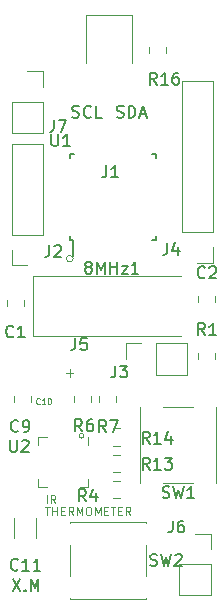
<source format=gbr>
%TF.GenerationSoftware,KiCad,Pcbnew,(5.1.10)-1*%
%TF.CreationDate,2021-06-07T16:12:12-04:00*%
%TF.ProjectId,Thermometre_IR,54686572-6d6f-46d6-9574-72655f49522e,rev?*%
%TF.SameCoordinates,Original*%
%TF.FileFunction,Legend,Top*%
%TF.FilePolarity,Positive*%
%FSLAX46Y46*%
G04 Gerber Fmt 4.6, Leading zero omitted, Abs format (unit mm)*
G04 Created by KiCad (PCBNEW (5.1.10)-1) date 2021-06-07 16:12:12*
%MOMM*%
%LPD*%
G01*
G04 APERTURE LIST*
%ADD10C,0.100000*%
%ADD11C,0.120000*%
%ADD12C,0.150000*%
%ADD13C,0.125000*%
G04 APERTURE END LIST*
D10*
X168100000Y-104016666D02*
X168500000Y-104016666D01*
X168300000Y-104716666D02*
X168300000Y-104016666D01*
X168733333Y-104716666D02*
X168733333Y-104016666D01*
X168733333Y-104350000D02*
X169133333Y-104350000D01*
X169133333Y-104716666D02*
X169133333Y-104016666D01*
X169466666Y-104350000D02*
X169700000Y-104350000D01*
X169800000Y-104716666D02*
X169466666Y-104716666D01*
X169466666Y-104016666D01*
X169800000Y-104016666D01*
X170500000Y-104716666D02*
X170266666Y-104383333D01*
X170100000Y-104716666D02*
X170100000Y-104016666D01*
X170366666Y-104016666D01*
X170433333Y-104050000D01*
X170466666Y-104083333D01*
X170500000Y-104150000D01*
X170500000Y-104250000D01*
X170466666Y-104316666D01*
X170433333Y-104350000D01*
X170366666Y-104383333D01*
X170100000Y-104383333D01*
X170800000Y-104716666D02*
X170800000Y-104016666D01*
X171033333Y-104516666D01*
X171266666Y-104016666D01*
X171266666Y-104716666D01*
X171733333Y-104016666D02*
X171866666Y-104016666D01*
X171933333Y-104050000D01*
X172000000Y-104116666D01*
X172033333Y-104250000D01*
X172033333Y-104483333D01*
X172000000Y-104616666D01*
X171933333Y-104683333D01*
X171866666Y-104716666D01*
X171733333Y-104716666D01*
X171666666Y-104683333D01*
X171600000Y-104616666D01*
X171566666Y-104483333D01*
X171566666Y-104250000D01*
X171600000Y-104116666D01*
X171666666Y-104050000D01*
X171733333Y-104016666D01*
X172333333Y-104716666D02*
X172333333Y-104016666D01*
X172566666Y-104516666D01*
X172800000Y-104016666D01*
X172800000Y-104716666D01*
X173133333Y-104350000D02*
X173366666Y-104350000D01*
X173466666Y-104716666D02*
X173133333Y-104716666D01*
X173133333Y-104016666D01*
X173466666Y-104016666D01*
X173666666Y-104016666D02*
X174066666Y-104016666D01*
X173866666Y-104716666D02*
X173866666Y-104016666D01*
X174300000Y-104350000D02*
X174533333Y-104350000D01*
X174633333Y-104716666D02*
X174300000Y-104716666D01*
X174300000Y-104016666D01*
X174633333Y-104016666D01*
X175333333Y-104716666D02*
X175100000Y-104383333D01*
X174933333Y-104716666D02*
X174933333Y-104016666D01*
X175200000Y-104016666D01*
X175266666Y-104050000D01*
X175300000Y-104083333D01*
X175333333Y-104150000D01*
X175333333Y-104250000D01*
X175300000Y-104316666D01*
X175266666Y-104350000D01*
X175200000Y-104383333D01*
X174933333Y-104383333D01*
X168250000Y-103716666D02*
X168250000Y-103016666D01*
X168983333Y-103716666D02*
X168750000Y-103383333D01*
X168583333Y-103716666D02*
X168583333Y-103016666D01*
X168850000Y-103016666D01*
X168916666Y-103050000D01*
X168950000Y-103083333D01*
X168983333Y-103150000D01*
X168983333Y-103250000D01*
X168950000Y-103316666D01*
X168916666Y-103350000D01*
X168850000Y-103383333D01*
X168583333Y-103383333D01*
D11*
X170482843Y-83000000D02*
G75*
G03*
X170482843Y-83000000I-282843J0D01*
G01*
D12*
X165357142Y-110152380D02*
X166023809Y-111152380D01*
X166023809Y-110152380D02*
X165357142Y-111152380D01*
X166404761Y-111057142D02*
X166452380Y-111104761D01*
X166404761Y-111152380D01*
X166357142Y-111104761D01*
X166404761Y-111057142D01*
X166404761Y-111152380D01*
X166880952Y-111152380D02*
X166880952Y-110152380D01*
X167214285Y-110866666D01*
X167547619Y-110152380D01*
X167547619Y-111152380D01*
D11*
X171400000Y-98000000D02*
G75*
G03*
X171400000Y-98000000I-200000J0D01*
G01*
%TO.C,C10*%
X170504000Y-92664759D02*
X169874000Y-92664759D01*
X170189000Y-92349759D02*
X170189000Y-92979759D01*
%TO.C,C11*%
X165490000Y-104939758D02*
X165490000Y-106610242D01*
X167310000Y-104939758D02*
X167310000Y-106610242D01*
%TO.C,J1*%
X175460800Y-62397840D02*
X171600000Y-62400000D01*
X171600000Y-66408000D02*
X171600000Y-62408000D01*
X175460800Y-66397840D02*
X175460800Y-62397840D01*
%TO.C,R16*%
X178335000Y-65088748D02*
X178335000Y-65611252D01*
X176865000Y-65088748D02*
X176865000Y-65611252D01*
%TO.C,J4*%
X182330000Y-67970000D02*
X179670000Y-67970000D01*
X182330000Y-80730000D02*
X182330000Y-67970000D01*
X179670000Y-80730000D02*
X179670000Y-67970000D01*
X182330000Y-80730000D02*
X179670000Y-80730000D01*
X182330000Y-82000000D02*
X182330000Y-83330000D01*
X182330000Y-83330000D02*
X181000000Y-83330000D01*
%TO.C,SW1*%
X182580000Y-102010000D02*
X182550000Y-102010000D01*
X176120000Y-102010000D02*
X176150000Y-102010000D01*
X176120000Y-95550000D02*
X176150000Y-95550000D01*
X182550000Y-95550000D02*
X182580000Y-95550000D01*
X180650000Y-102010000D02*
X178050000Y-102010000D01*
X182580000Y-95550000D02*
X182580000Y-102010000D01*
X180650000Y-95550000D02*
X178050000Y-95550000D01*
X176120000Y-95550000D02*
X176120000Y-102010000D01*
%TO.C,J7*%
X166600000Y-67130000D02*
X167930000Y-67130000D01*
X167930000Y-67130000D02*
X167930000Y-68460000D01*
X167930000Y-69730000D02*
X167930000Y-72330000D01*
X165270000Y-72330000D02*
X167930000Y-72330000D01*
X165270000Y-69730000D02*
X165270000Y-72330000D01*
X165270000Y-69730000D02*
X167930000Y-69730000D01*
%TO.C,U2*%
X171760000Y-98790000D02*
X171760000Y-98090000D01*
X167540000Y-102310000D02*
X168240000Y-102310000D01*
X167540000Y-101610000D02*
X167540000Y-102310000D01*
X167540000Y-98090000D02*
X168240000Y-98090000D01*
X167540000Y-98790000D02*
X167540000Y-98090000D01*
X171760000Y-102310000D02*
X171060000Y-102310000D01*
X171760000Y-101610000D02*
X171760000Y-102310000D01*
D12*
%TO.C,U1*%
X170450000Y-81375000D02*
X170450000Y-82800000D01*
X170225000Y-74125000D02*
X170225000Y-74450000D01*
X177475000Y-74125000D02*
X177475000Y-74450000D01*
X177475000Y-81375000D02*
X177475000Y-81050000D01*
X170225000Y-81375000D02*
X170225000Y-81050000D01*
X177475000Y-81375000D02*
X177150000Y-81375000D01*
X177475000Y-74125000D02*
X177150000Y-74125000D01*
X170225000Y-74125000D02*
X170550000Y-74125000D01*
X170225000Y-81375000D02*
X170450000Y-81375000D01*
D11*
%TO.C,SW2*%
X176650000Y-105320000D02*
X176650000Y-105350000D01*
X176650000Y-111780000D02*
X176650000Y-111750000D01*
X170190000Y-111780000D02*
X170190000Y-111750000D01*
X170190000Y-105350000D02*
X170190000Y-105320000D01*
X176650000Y-107250000D02*
X176650000Y-109850000D01*
X170190000Y-105320000D02*
X176650000Y-105320000D01*
X170190000Y-107250000D02*
X170190000Y-109850000D01*
X170190000Y-111780000D02*
X176650000Y-111780000D01*
%TO.C,R14*%
X174417252Y-97372500D02*
X173894748Y-97372500D01*
X174417252Y-98842500D02*
X173894748Y-98842500D01*
%TO.C,R13*%
X173894748Y-101065000D02*
X174417252Y-101065000D01*
X173894748Y-99595000D02*
X174417252Y-99595000D01*
%TO.C,R7*%
X174135000Y-95111252D02*
X174135000Y-94588748D01*
X172665000Y-95111252D02*
X172665000Y-94588748D01*
%TO.C,R6*%
X172035000Y-95111252D02*
X172035000Y-94588748D01*
X170565000Y-95111252D02*
X170565000Y-94588748D01*
%TO.C,R4*%
X174411252Y-101815000D02*
X173888748Y-101815000D01*
X174411252Y-103285000D02*
X173888748Y-103285000D01*
%TO.C,R1*%
X181015000Y-90938748D02*
X181015000Y-91461252D01*
X182485000Y-90938748D02*
X182485000Y-91461252D01*
%TO.C,J6*%
X180800000Y-106270000D02*
X182130000Y-106270000D01*
X182130000Y-106270000D02*
X182130000Y-107600000D01*
X182130000Y-108870000D02*
X182130000Y-111470000D01*
X179470000Y-111470000D02*
X182130000Y-111470000D01*
X179470000Y-108870000D02*
X179470000Y-111470000D01*
X179470000Y-108870000D02*
X182130000Y-108870000D01*
%TO.C,J3*%
X174920000Y-91500000D02*
X174920000Y-90170000D01*
X174920000Y-90170000D02*
X176250000Y-90170000D01*
X177520000Y-90170000D02*
X180120000Y-90170000D01*
X180120000Y-92830000D02*
X180120000Y-90170000D01*
X177520000Y-92830000D02*
X180120000Y-92830000D01*
X177520000Y-92830000D02*
X177520000Y-90170000D01*
%TO.C,J2*%
X166600000Y-83550000D02*
X165270000Y-83550000D01*
X165270000Y-83550000D02*
X165270000Y-82220000D01*
X165270000Y-80950000D02*
X165270000Y-73270000D01*
X167930000Y-73270000D02*
X165270000Y-73270000D01*
X167930000Y-80950000D02*
X167930000Y-73270000D01*
X167930000Y-80950000D02*
X165270000Y-80950000D01*
%TO.C,C9*%
X166935000Y-95161252D02*
X166935000Y-94638748D01*
X165465000Y-95161252D02*
X165465000Y-94638748D01*
%TO.C,C2*%
X181065000Y-86138748D02*
X181065000Y-86661252D01*
X182535000Y-86138748D02*
X182535000Y-86661252D01*
%TO.C,C1*%
X164865000Y-86488748D02*
X164865000Y-87011252D01*
X166335000Y-86488748D02*
X166335000Y-87011252D01*
%TO.C,8MHz1*%
X179650000Y-84450000D02*
X167050000Y-84450000D01*
X167050000Y-84450000D02*
X167050000Y-89550000D01*
X167050000Y-89550000D02*
X179650000Y-89550000D01*
%TO.C,J5*%
D12*
X170674706Y-89729060D02*
X170674706Y-90443346D01*
X170627087Y-90586203D01*
X170531849Y-90681441D01*
X170388992Y-90729060D01*
X170293754Y-90729060D01*
X171627087Y-89729060D02*
X171150897Y-89729060D01*
X171103278Y-90205251D01*
X171150897Y-90157632D01*
X171246135Y-90110013D01*
X171484230Y-90110013D01*
X171579468Y-90157632D01*
X171627087Y-90205251D01*
X171674706Y-90300489D01*
X171674706Y-90538584D01*
X171627087Y-90633822D01*
X171579468Y-90681441D01*
X171484230Y-90729060D01*
X171246135Y-90729060D01*
X171150897Y-90681441D01*
X171103278Y-90633822D01*
%TO.C,C10*%
D13*
X167658571Y-95258571D02*
X167634761Y-95282380D01*
X167563333Y-95306190D01*
X167515714Y-95306190D01*
X167444285Y-95282380D01*
X167396666Y-95234761D01*
X167372857Y-95187142D01*
X167349047Y-95091904D01*
X167349047Y-95020476D01*
X167372857Y-94925238D01*
X167396666Y-94877619D01*
X167444285Y-94830000D01*
X167515714Y-94806190D01*
X167563333Y-94806190D01*
X167634761Y-94830000D01*
X167658571Y-94853809D01*
X168134761Y-95306190D02*
X167849047Y-95306190D01*
X167991904Y-95306190D02*
X167991904Y-94806190D01*
X167944285Y-94877619D01*
X167896666Y-94925238D01*
X167849047Y-94949047D01*
X168444285Y-94806190D02*
X168491904Y-94806190D01*
X168539523Y-94830000D01*
X168563333Y-94853809D01*
X168587142Y-94901428D01*
X168610952Y-94996666D01*
X168610952Y-95115714D01*
X168587142Y-95210952D01*
X168563333Y-95258571D01*
X168539523Y-95282380D01*
X168491904Y-95306190D01*
X168444285Y-95306190D01*
X168396666Y-95282380D01*
X168372857Y-95258571D01*
X168349047Y-95210952D01*
X168325238Y-95115714D01*
X168325238Y-94996666D01*
X168349047Y-94901428D01*
X168372857Y-94853809D01*
X168396666Y-94830000D01*
X168444285Y-94806190D01*
%TO.C,C11*%
D12*
X165807142Y-109307142D02*
X165759523Y-109354761D01*
X165616666Y-109402380D01*
X165521428Y-109402380D01*
X165378571Y-109354761D01*
X165283333Y-109259523D01*
X165235714Y-109164285D01*
X165188095Y-108973809D01*
X165188095Y-108830952D01*
X165235714Y-108640476D01*
X165283333Y-108545238D01*
X165378571Y-108450000D01*
X165521428Y-108402380D01*
X165616666Y-108402380D01*
X165759523Y-108450000D01*
X165807142Y-108497619D01*
X166759523Y-109402380D02*
X166188095Y-109402380D01*
X166473809Y-109402380D02*
X166473809Y-108402380D01*
X166378571Y-108545238D01*
X166283333Y-108640476D01*
X166188095Y-108688095D01*
X167711904Y-109402380D02*
X167140476Y-109402380D01*
X167426190Y-109402380D02*
X167426190Y-108402380D01*
X167330952Y-108545238D01*
X167235714Y-108640476D01*
X167140476Y-108688095D01*
%TO.C,J1*%
X173298666Y-75100380D02*
X173298666Y-75814666D01*
X173251047Y-75957523D01*
X173155809Y-76052761D01*
X173012952Y-76100380D01*
X172917714Y-76100380D01*
X174298666Y-76100380D02*
X173727238Y-76100380D01*
X174012952Y-76100380D02*
X174012952Y-75100380D01*
X173917714Y-75243238D01*
X173822476Y-75338476D01*
X173727238Y-75386095D01*
X174185714Y-71004761D02*
X174328571Y-71052380D01*
X174566666Y-71052380D01*
X174661904Y-71004761D01*
X174709523Y-70957142D01*
X174757142Y-70861904D01*
X174757142Y-70766666D01*
X174709523Y-70671428D01*
X174661904Y-70623809D01*
X174566666Y-70576190D01*
X174376190Y-70528571D01*
X174280952Y-70480952D01*
X174233333Y-70433333D01*
X174185714Y-70338095D01*
X174185714Y-70242857D01*
X174233333Y-70147619D01*
X174280952Y-70100000D01*
X174376190Y-70052380D01*
X174614285Y-70052380D01*
X174757142Y-70100000D01*
X175185714Y-71052380D02*
X175185714Y-70052380D01*
X175423809Y-70052380D01*
X175566666Y-70100000D01*
X175661904Y-70195238D01*
X175709523Y-70290476D01*
X175757142Y-70480952D01*
X175757142Y-70623809D01*
X175709523Y-70814285D01*
X175661904Y-70909523D01*
X175566666Y-71004761D01*
X175423809Y-71052380D01*
X175185714Y-71052380D01*
X176138095Y-70766666D02*
X176614285Y-70766666D01*
X176042857Y-71052380D02*
X176376190Y-70052380D01*
X176709523Y-71052380D01*
X170409523Y-71004761D02*
X170552380Y-71052380D01*
X170790476Y-71052380D01*
X170885714Y-71004761D01*
X170933333Y-70957142D01*
X170980952Y-70861904D01*
X170980952Y-70766666D01*
X170933333Y-70671428D01*
X170885714Y-70623809D01*
X170790476Y-70576190D01*
X170600000Y-70528571D01*
X170504761Y-70480952D01*
X170457142Y-70433333D01*
X170409523Y-70338095D01*
X170409523Y-70242857D01*
X170457142Y-70147619D01*
X170504761Y-70100000D01*
X170600000Y-70052380D01*
X170838095Y-70052380D01*
X170980952Y-70100000D01*
X171980952Y-70957142D02*
X171933333Y-71004761D01*
X171790476Y-71052380D01*
X171695238Y-71052380D01*
X171552380Y-71004761D01*
X171457142Y-70909523D01*
X171409523Y-70814285D01*
X171361904Y-70623809D01*
X171361904Y-70480952D01*
X171409523Y-70290476D01*
X171457142Y-70195238D01*
X171552380Y-70100000D01*
X171695238Y-70052380D01*
X171790476Y-70052380D01*
X171933333Y-70100000D01*
X171980952Y-70147619D01*
X172885714Y-71052380D02*
X172409523Y-71052380D01*
X172409523Y-70052380D01*
%TO.C,R16*%
X177557142Y-68252380D02*
X177223809Y-67776190D01*
X176985714Y-68252380D02*
X176985714Y-67252380D01*
X177366666Y-67252380D01*
X177461904Y-67300000D01*
X177509523Y-67347619D01*
X177557142Y-67442857D01*
X177557142Y-67585714D01*
X177509523Y-67680952D01*
X177461904Y-67728571D01*
X177366666Y-67776190D01*
X176985714Y-67776190D01*
X178509523Y-68252380D02*
X177938095Y-68252380D01*
X178223809Y-68252380D02*
X178223809Y-67252380D01*
X178128571Y-67395238D01*
X178033333Y-67490476D01*
X177938095Y-67538095D01*
X179366666Y-67252380D02*
X179176190Y-67252380D01*
X179080952Y-67300000D01*
X179033333Y-67347619D01*
X178938095Y-67490476D01*
X178890476Y-67680952D01*
X178890476Y-68061904D01*
X178938095Y-68157142D01*
X178985714Y-68204761D01*
X179080952Y-68252380D01*
X179271428Y-68252380D01*
X179366666Y-68204761D01*
X179414285Y-68157142D01*
X179461904Y-68061904D01*
X179461904Y-67823809D01*
X179414285Y-67728571D01*
X179366666Y-67680952D01*
X179271428Y-67633333D01*
X179080952Y-67633333D01*
X178985714Y-67680952D01*
X178938095Y-67728571D01*
X178890476Y-67823809D01*
%TO.C,J4*%
X178466666Y-81652380D02*
X178466666Y-82366666D01*
X178419047Y-82509523D01*
X178323809Y-82604761D01*
X178180952Y-82652380D01*
X178085714Y-82652380D01*
X179371428Y-81985714D02*
X179371428Y-82652380D01*
X179133333Y-81604761D02*
X178895238Y-82319047D01*
X179514285Y-82319047D01*
%TO.C,SW1*%
X178066666Y-103204761D02*
X178209523Y-103252380D01*
X178447619Y-103252380D01*
X178542857Y-103204761D01*
X178590476Y-103157142D01*
X178638095Y-103061904D01*
X178638095Y-102966666D01*
X178590476Y-102871428D01*
X178542857Y-102823809D01*
X178447619Y-102776190D01*
X178257142Y-102728571D01*
X178161904Y-102680952D01*
X178114285Y-102633333D01*
X178066666Y-102538095D01*
X178066666Y-102442857D01*
X178114285Y-102347619D01*
X178161904Y-102300000D01*
X178257142Y-102252380D01*
X178495238Y-102252380D01*
X178638095Y-102300000D01*
X178971428Y-102252380D02*
X179209523Y-103252380D01*
X179400000Y-102538095D01*
X179590476Y-103252380D01*
X179828571Y-102252380D01*
X180733333Y-103252380D02*
X180161904Y-103252380D01*
X180447619Y-103252380D02*
X180447619Y-102252380D01*
X180352380Y-102395238D01*
X180257142Y-102490476D01*
X180161904Y-102538095D01*
%TO.C,J7*%
X168866666Y-71252380D02*
X168866666Y-71966666D01*
X168819047Y-72109523D01*
X168723809Y-72204761D01*
X168580952Y-72252380D01*
X168485714Y-72252380D01*
X169247619Y-71252380D02*
X169914285Y-71252380D01*
X169485714Y-72252380D01*
%TO.C,U2*%
X165138095Y-98352380D02*
X165138095Y-99161904D01*
X165185714Y-99257142D01*
X165233333Y-99304761D01*
X165328571Y-99352380D01*
X165519047Y-99352380D01*
X165614285Y-99304761D01*
X165661904Y-99257142D01*
X165709523Y-99161904D01*
X165709523Y-98352380D01*
X166138095Y-98447619D02*
X166185714Y-98400000D01*
X166280952Y-98352380D01*
X166519047Y-98352380D01*
X166614285Y-98400000D01*
X166661904Y-98447619D01*
X166709523Y-98542857D01*
X166709523Y-98638095D01*
X166661904Y-98780952D01*
X166090476Y-99352380D01*
X166709523Y-99352380D01*
%TO.C,U1*%
X168638095Y-72452380D02*
X168638095Y-73261904D01*
X168685714Y-73357142D01*
X168733333Y-73404761D01*
X168828571Y-73452380D01*
X169019047Y-73452380D01*
X169114285Y-73404761D01*
X169161904Y-73357142D01*
X169209523Y-73261904D01*
X169209523Y-72452380D01*
X170209523Y-73452380D02*
X169638095Y-73452380D01*
X169923809Y-73452380D02*
X169923809Y-72452380D01*
X169828571Y-72595238D01*
X169733333Y-72690476D01*
X169638095Y-72738095D01*
%TO.C,SW2*%
X177016666Y-108954761D02*
X177159523Y-109002380D01*
X177397619Y-109002380D01*
X177492857Y-108954761D01*
X177540476Y-108907142D01*
X177588095Y-108811904D01*
X177588095Y-108716666D01*
X177540476Y-108621428D01*
X177492857Y-108573809D01*
X177397619Y-108526190D01*
X177207142Y-108478571D01*
X177111904Y-108430952D01*
X177064285Y-108383333D01*
X177016666Y-108288095D01*
X177016666Y-108192857D01*
X177064285Y-108097619D01*
X177111904Y-108050000D01*
X177207142Y-108002380D01*
X177445238Y-108002380D01*
X177588095Y-108050000D01*
X177921428Y-108002380D02*
X178159523Y-109002380D01*
X178350000Y-108288095D01*
X178540476Y-109002380D01*
X178778571Y-108002380D01*
X179111904Y-108097619D02*
X179159523Y-108050000D01*
X179254761Y-108002380D01*
X179492857Y-108002380D01*
X179588095Y-108050000D01*
X179635714Y-108097619D01*
X179683333Y-108192857D01*
X179683333Y-108288095D01*
X179635714Y-108430952D01*
X179064285Y-109002380D01*
X179683333Y-109002380D01*
%TO.C,R14*%
X176957142Y-98652380D02*
X176623809Y-98176190D01*
X176385714Y-98652380D02*
X176385714Y-97652380D01*
X176766666Y-97652380D01*
X176861904Y-97700000D01*
X176909523Y-97747619D01*
X176957142Y-97842857D01*
X176957142Y-97985714D01*
X176909523Y-98080952D01*
X176861904Y-98128571D01*
X176766666Y-98176190D01*
X176385714Y-98176190D01*
X177909523Y-98652380D02*
X177338095Y-98652380D01*
X177623809Y-98652380D02*
X177623809Y-97652380D01*
X177528571Y-97795238D01*
X177433333Y-97890476D01*
X177338095Y-97938095D01*
X178766666Y-97985714D02*
X178766666Y-98652380D01*
X178528571Y-97604761D02*
X178290476Y-98319047D01*
X178909523Y-98319047D01*
%TO.C,R13*%
X176957142Y-100852380D02*
X176623809Y-100376190D01*
X176385714Y-100852380D02*
X176385714Y-99852380D01*
X176766666Y-99852380D01*
X176861904Y-99900000D01*
X176909523Y-99947619D01*
X176957142Y-100042857D01*
X176957142Y-100185714D01*
X176909523Y-100280952D01*
X176861904Y-100328571D01*
X176766666Y-100376190D01*
X176385714Y-100376190D01*
X177909523Y-100852380D02*
X177338095Y-100852380D01*
X177623809Y-100852380D02*
X177623809Y-99852380D01*
X177528571Y-99995238D01*
X177433333Y-100090476D01*
X177338095Y-100138095D01*
X178242857Y-99852380D02*
X178861904Y-99852380D01*
X178528571Y-100233333D01*
X178671428Y-100233333D01*
X178766666Y-100280952D01*
X178814285Y-100328571D01*
X178861904Y-100423809D01*
X178861904Y-100661904D01*
X178814285Y-100757142D01*
X178766666Y-100804761D01*
X178671428Y-100852380D01*
X178385714Y-100852380D01*
X178290476Y-100804761D01*
X178242857Y-100757142D01*
%TO.C,R7*%
X173283333Y-97652380D02*
X172950000Y-97176190D01*
X172711904Y-97652380D02*
X172711904Y-96652380D01*
X173092857Y-96652380D01*
X173188095Y-96700000D01*
X173235714Y-96747619D01*
X173283333Y-96842857D01*
X173283333Y-96985714D01*
X173235714Y-97080952D01*
X173188095Y-97128571D01*
X173092857Y-97176190D01*
X172711904Y-97176190D01*
X173616666Y-96652380D02*
X174283333Y-96652380D01*
X173854761Y-97652380D01*
%TO.C,R6*%
X171233333Y-97602380D02*
X170900000Y-97126190D01*
X170661904Y-97602380D02*
X170661904Y-96602380D01*
X171042857Y-96602380D01*
X171138095Y-96650000D01*
X171185714Y-96697619D01*
X171233333Y-96792857D01*
X171233333Y-96935714D01*
X171185714Y-97030952D01*
X171138095Y-97078571D01*
X171042857Y-97126190D01*
X170661904Y-97126190D01*
X172090476Y-96602380D02*
X171900000Y-96602380D01*
X171804761Y-96650000D01*
X171757142Y-96697619D01*
X171661904Y-96840476D01*
X171614285Y-97030952D01*
X171614285Y-97411904D01*
X171661904Y-97507142D01*
X171709523Y-97554761D01*
X171804761Y-97602380D01*
X171995238Y-97602380D01*
X172090476Y-97554761D01*
X172138095Y-97507142D01*
X172185714Y-97411904D01*
X172185714Y-97173809D01*
X172138095Y-97078571D01*
X172090476Y-97030952D01*
X171995238Y-96983333D01*
X171804761Y-96983333D01*
X171709523Y-97030952D01*
X171661904Y-97078571D01*
X171614285Y-97173809D01*
%TO.C,R4*%
X171563333Y-103532380D02*
X171230000Y-103056190D01*
X170991904Y-103532380D02*
X170991904Y-102532380D01*
X171372857Y-102532380D01*
X171468095Y-102580000D01*
X171515714Y-102627619D01*
X171563333Y-102722857D01*
X171563333Y-102865714D01*
X171515714Y-102960952D01*
X171468095Y-103008571D01*
X171372857Y-103056190D01*
X170991904Y-103056190D01*
X172420476Y-102865714D02*
X172420476Y-103532380D01*
X172182380Y-102484761D02*
X171944285Y-103199047D01*
X172563333Y-103199047D01*
%TO.C,R1*%
X181633333Y-89452380D02*
X181300000Y-88976190D01*
X181061904Y-89452380D02*
X181061904Y-88452380D01*
X181442857Y-88452380D01*
X181538095Y-88500000D01*
X181585714Y-88547619D01*
X181633333Y-88642857D01*
X181633333Y-88785714D01*
X181585714Y-88880952D01*
X181538095Y-88928571D01*
X181442857Y-88976190D01*
X181061904Y-88976190D01*
X182585714Y-89452380D02*
X182014285Y-89452380D01*
X182300000Y-89452380D02*
X182300000Y-88452380D01*
X182204761Y-88595238D01*
X182109523Y-88690476D01*
X182014285Y-88738095D01*
%TO.C,J6*%
X178906666Y-105162380D02*
X178906666Y-105876666D01*
X178859047Y-106019523D01*
X178763809Y-106114761D01*
X178620952Y-106162380D01*
X178525714Y-106162380D01*
X179811428Y-105162380D02*
X179620952Y-105162380D01*
X179525714Y-105210000D01*
X179478095Y-105257619D01*
X179382857Y-105400476D01*
X179335238Y-105590952D01*
X179335238Y-105971904D01*
X179382857Y-106067142D01*
X179430476Y-106114761D01*
X179525714Y-106162380D01*
X179716190Y-106162380D01*
X179811428Y-106114761D01*
X179859047Y-106067142D01*
X179906666Y-105971904D01*
X179906666Y-105733809D01*
X179859047Y-105638571D01*
X179811428Y-105590952D01*
X179716190Y-105543333D01*
X179525714Y-105543333D01*
X179430476Y-105590952D01*
X179382857Y-105638571D01*
X179335238Y-105733809D01*
%TO.C,J3*%
X174066666Y-92052380D02*
X174066666Y-92766666D01*
X174019047Y-92909523D01*
X173923809Y-93004761D01*
X173780952Y-93052380D01*
X173685714Y-93052380D01*
X174447619Y-92052380D02*
X175066666Y-92052380D01*
X174733333Y-92433333D01*
X174876190Y-92433333D01*
X174971428Y-92480952D01*
X175019047Y-92528571D01*
X175066666Y-92623809D01*
X175066666Y-92861904D01*
X175019047Y-92957142D01*
X174971428Y-93004761D01*
X174876190Y-93052380D01*
X174590476Y-93052380D01*
X174495238Y-93004761D01*
X174447619Y-92957142D01*
%TO.C,J2*%
X168466666Y-81852380D02*
X168466666Y-82566666D01*
X168419047Y-82709523D01*
X168323809Y-82804761D01*
X168180952Y-82852380D01*
X168085714Y-82852380D01*
X168895238Y-81947619D02*
X168942857Y-81900000D01*
X169038095Y-81852380D01*
X169276190Y-81852380D01*
X169371428Y-81900000D01*
X169419047Y-81947619D01*
X169466666Y-82042857D01*
X169466666Y-82138095D01*
X169419047Y-82280952D01*
X168847619Y-82852380D01*
X169466666Y-82852380D01*
%TO.C,C9*%
X165833333Y-97557142D02*
X165785714Y-97604761D01*
X165642857Y-97652380D01*
X165547619Y-97652380D01*
X165404761Y-97604761D01*
X165309523Y-97509523D01*
X165261904Y-97414285D01*
X165214285Y-97223809D01*
X165214285Y-97080952D01*
X165261904Y-96890476D01*
X165309523Y-96795238D01*
X165404761Y-96700000D01*
X165547619Y-96652380D01*
X165642857Y-96652380D01*
X165785714Y-96700000D01*
X165833333Y-96747619D01*
X166309523Y-97652380D02*
X166500000Y-97652380D01*
X166595238Y-97604761D01*
X166642857Y-97557142D01*
X166738095Y-97414285D01*
X166785714Y-97223809D01*
X166785714Y-96842857D01*
X166738095Y-96747619D01*
X166690476Y-96700000D01*
X166595238Y-96652380D01*
X166404761Y-96652380D01*
X166309523Y-96700000D01*
X166261904Y-96747619D01*
X166214285Y-96842857D01*
X166214285Y-97080952D01*
X166261904Y-97176190D01*
X166309523Y-97223809D01*
X166404761Y-97271428D01*
X166595238Y-97271428D01*
X166690476Y-97223809D01*
X166738095Y-97176190D01*
X166785714Y-97080952D01*
%TO.C,C2*%
X181633333Y-84557142D02*
X181585714Y-84604761D01*
X181442857Y-84652380D01*
X181347619Y-84652380D01*
X181204761Y-84604761D01*
X181109523Y-84509523D01*
X181061904Y-84414285D01*
X181014285Y-84223809D01*
X181014285Y-84080952D01*
X181061904Y-83890476D01*
X181109523Y-83795238D01*
X181204761Y-83700000D01*
X181347619Y-83652380D01*
X181442857Y-83652380D01*
X181585714Y-83700000D01*
X181633333Y-83747619D01*
X182014285Y-83747619D02*
X182061904Y-83700000D01*
X182157142Y-83652380D01*
X182395238Y-83652380D01*
X182490476Y-83700000D01*
X182538095Y-83747619D01*
X182585714Y-83842857D01*
X182585714Y-83938095D01*
X182538095Y-84080952D01*
X181966666Y-84652380D01*
X182585714Y-84652380D01*
%TO.C,C1*%
X165433333Y-89557142D02*
X165385714Y-89604761D01*
X165242857Y-89652380D01*
X165147619Y-89652380D01*
X165004761Y-89604761D01*
X164909523Y-89509523D01*
X164861904Y-89414285D01*
X164814285Y-89223809D01*
X164814285Y-89080952D01*
X164861904Y-88890476D01*
X164909523Y-88795238D01*
X165004761Y-88700000D01*
X165147619Y-88652380D01*
X165242857Y-88652380D01*
X165385714Y-88700000D01*
X165433333Y-88747619D01*
X166385714Y-89652380D02*
X165814285Y-89652380D01*
X166100000Y-89652380D02*
X166100000Y-88652380D01*
X166004761Y-88795238D01*
X165909523Y-88890476D01*
X165814285Y-88938095D01*
%TO.C,8MHz1*%
X171678571Y-83680952D02*
X171583333Y-83633333D01*
X171535714Y-83585714D01*
X171488095Y-83490476D01*
X171488095Y-83442857D01*
X171535714Y-83347619D01*
X171583333Y-83300000D01*
X171678571Y-83252380D01*
X171869047Y-83252380D01*
X171964285Y-83300000D01*
X172011904Y-83347619D01*
X172059523Y-83442857D01*
X172059523Y-83490476D01*
X172011904Y-83585714D01*
X171964285Y-83633333D01*
X171869047Y-83680952D01*
X171678571Y-83680952D01*
X171583333Y-83728571D01*
X171535714Y-83776190D01*
X171488095Y-83871428D01*
X171488095Y-84061904D01*
X171535714Y-84157142D01*
X171583333Y-84204761D01*
X171678571Y-84252380D01*
X171869047Y-84252380D01*
X171964285Y-84204761D01*
X172011904Y-84157142D01*
X172059523Y-84061904D01*
X172059523Y-83871428D01*
X172011904Y-83776190D01*
X171964285Y-83728571D01*
X171869047Y-83680952D01*
X172488095Y-84252380D02*
X172488095Y-83252380D01*
X172821428Y-83966666D01*
X173154761Y-83252380D01*
X173154761Y-84252380D01*
X173630952Y-84252380D02*
X173630952Y-83252380D01*
X173630952Y-83728571D02*
X174202380Y-83728571D01*
X174202380Y-84252380D02*
X174202380Y-83252380D01*
X174583333Y-83585714D02*
X175107142Y-83585714D01*
X174583333Y-84252380D01*
X175107142Y-84252380D01*
X176011904Y-84252380D02*
X175440476Y-84252380D01*
X175726190Y-84252380D02*
X175726190Y-83252380D01*
X175630952Y-83395238D01*
X175535714Y-83490476D01*
X175440476Y-83538095D01*
%TD*%
M02*

</source>
